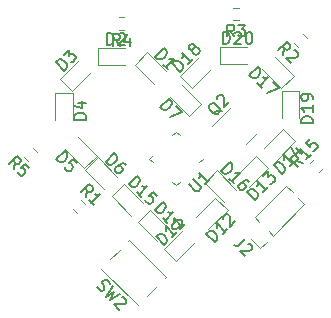
<source format=gbr>
%TF.GenerationSoftware,KiCad,Pcbnew,7.0.7*%
%TF.CreationDate,2024-03-31T22:15:49-04:00*%
%TF.ProjectId,battery_leds,62617474-6572-4795-9f6c-6564732e6b69,rev?*%
%TF.SameCoordinates,Original*%
%TF.FileFunction,Legend,Top*%
%TF.FilePolarity,Positive*%
%FSLAX46Y46*%
G04 Gerber Fmt 4.6, Leading zero omitted, Abs format (unit mm)*
G04 Created by KiCad (PCBNEW 7.0.7) date 2024-03-31 22:15:49*
%MOMM*%
%LPD*%
G01*
G04 APERTURE LIST*
%ADD10C,0.150000*%
%ADD11C,0.120000*%
G04 APERTURE END LIST*
D10*
X216898214Y-86124819D02*
X216898214Y-85124819D01*
X216898214Y-85124819D02*
X217136309Y-85124819D01*
X217136309Y-85124819D02*
X217279166Y-85172438D01*
X217279166Y-85172438D02*
X217374404Y-85267676D01*
X217374404Y-85267676D02*
X217422023Y-85362914D01*
X217422023Y-85362914D02*
X217469642Y-85553390D01*
X217469642Y-85553390D02*
X217469642Y-85696247D01*
X217469642Y-85696247D02*
X217422023Y-85886723D01*
X217422023Y-85886723D02*
X217374404Y-85981961D01*
X217374404Y-85981961D02*
X217279166Y-86077200D01*
X217279166Y-86077200D02*
X217136309Y-86124819D01*
X217136309Y-86124819D02*
X216898214Y-86124819D01*
X217850595Y-85220057D02*
X217898214Y-85172438D01*
X217898214Y-85172438D02*
X217993452Y-85124819D01*
X217993452Y-85124819D02*
X218231547Y-85124819D01*
X218231547Y-85124819D02*
X218326785Y-85172438D01*
X218326785Y-85172438D02*
X218374404Y-85220057D01*
X218374404Y-85220057D02*
X218422023Y-85315295D01*
X218422023Y-85315295D02*
X218422023Y-85410533D01*
X218422023Y-85410533D02*
X218374404Y-85553390D01*
X218374404Y-85553390D02*
X217802976Y-86124819D01*
X217802976Y-86124819D02*
X218422023Y-86124819D01*
X219041071Y-85124819D02*
X219136309Y-85124819D01*
X219136309Y-85124819D02*
X219231547Y-85172438D01*
X219231547Y-85172438D02*
X219279166Y-85220057D01*
X219279166Y-85220057D02*
X219326785Y-85315295D01*
X219326785Y-85315295D02*
X219374404Y-85505771D01*
X219374404Y-85505771D02*
X219374404Y-85743866D01*
X219374404Y-85743866D02*
X219326785Y-85934342D01*
X219326785Y-85934342D02*
X219279166Y-86029580D01*
X219279166Y-86029580D02*
X219231547Y-86077200D01*
X219231547Y-86077200D02*
X219136309Y-86124819D01*
X219136309Y-86124819D02*
X219041071Y-86124819D01*
X219041071Y-86124819D02*
X218945833Y-86077200D01*
X218945833Y-86077200D02*
X218898214Y-86029580D01*
X218898214Y-86029580D02*
X218850595Y-85934342D01*
X218850595Y-85934342D02*
X218802976Y-85743866D01*
X218802976Y-85743866D02*
X218802976Y-85505771D01*
X218802976Y-85505771D02*
X218850595Y-85315295D01*
X218850595Y-85315295D02*
X218898214Y-85220057D01*
X218898214Y-85220057D02*
X218945833Y-85172438D01*
X218945833Y-85172438D02*
X219041071Y-85124819D01*
X213251812Y-88469072D02*
X212544706Y-87761965D01*
X212544706Y-87761965D02*
X212713064Y-87593606D01*
X212713064Y-87593606D02*
X212847751Y-87526263D01*
X212847751Y-87526263D02*
X212982438Y-87526263D01*
X212982438Y-87526263D02*
X213083454Y-87559935D01*
X213083454Y-87559935D02*
X213251812Y-87660950D01*
X213251812Y-87660950D02*
X213352828Y-87761965D01*
X213352828Y-87761965D02*
X213453843Y-87930324D01*
X213453843Y-87930324D02*
X213487515Y-88031339D01*
X213487515Y-88031339D02*
X213487515Y-88166026D01*
X213487515Y-88166026D02*
X213420171Y-88300713D01*
X213420171Y-88300713D02*
X213251812Y-88469072D01*
X214329308Y-87391576D02*
X213925247Y-87795637D01*
X214127278Y-87593606D02*
X213420171Y-86886500D01*
X213420171Y-86886500D02*
X213453843Y-87054858D01*
X213453843Y-87054858D02*
X213453843Y-87189545D01*
X213453843Y-87189545D02*
X213420171Y-87290561D01*
X214329309Y-86583454D02*
X214228293Y-86617125D01*
X214228293Y-86617125D02*
X214160950Y-86617125D01*
X214160950Y-86617125D02*
X214059935Y-86583454D01*
X214059935Y-86583454D02*
X214026263Y-86549782D01*
X214026263Y-86549782D02*
X213992591Y-86448767D01*
X213992591Y-86448767D02*
X213992591Y-86381423D01*
X213992591Y-86381423D02*
X214026263Y-86280408D01*
X214026263Y-86280408D02*
X214160950Y-86145721D01*
X214160950Y-86145721D02*
X214261965Y-86112049D01*
X214261965Y-86112049D02*
X214329309Y-86112049D01*
X214329309Y-86112049D02*
X214430324Y-86145721D01*
X214430324Y-86145721D02*
X214463996Y-86179393D01*
X214463996Y-86179393D02*
X214497667Y-86280408D01*
X214497667Y-86280408D02*
X214497667Y-86347751D01*
X214497667Y-86347751D02*
X214463996Y-86448767D01*
X214463996Y-86448767D02*
X214329309Y-86583454D01*
X214329309Y-86583454D02*
X214295637Y-86684469D01*
X214295637Y-86684469D02*
X214295637Y-86751812D01*
X214295637Y-86751812D02*
X214329309Y-86852828D01*
X214329309Y-86852828D02*
X214463996Y-86987515D01*
X214463996Y-86987515D02*
X214565011Y-87021186D01*
X214565011Y-87021186D02*
X214632354Y-87021186D01*
X214632354Y-87021186D02*
X214733370Y-86987515D01*
X214733370Y-86987515D02*
X214868057Y-86852828D01*
X214868057Y-86852828D02*
X214901728Y-86751812D01*
X214901728Y-86751812D02*
X214901728Y-86684469D01*
X214901728Y-86684469D02*
X214868057Y-86583454D01*
X214868057Y-86583454D02*
X214733370Y-86448767D01*
X214733370Y-86448767D02*
X214632354Y-86415095D01*
X214632354Y-86415095D02*
X214565011Y-86415095D01*
X214565011Y-86415095D02*
X214463996Y-86448767D01*
X199149380Y-96714917D02*
X199250395Y-96142498D01*
X198745319Y-96310856D02*
X199452426Y-95603750D01*
X199452426Y-95603750D02*
X199721800Y-95873124D01*
X199721800Y-95873124D02*
X199755472Y-95974139D01*
X199755472Y-95974139D02*
X199755472Y-96041482D01*
X199755472Y-96041482D02*
X199721800Y-96142498D01*
X199721800Y-96142498D02*
X199620785Y-96243513D01*
X199620785Y-96243513D02*
X199519769Y-96277185D01*
X199519769Y-96277185D02*
X199452426Y-96277185D01*
X199452426Y-96277185D02*
X199351411Y-96243513D01*
X199351411Y-96243513D02*
X199082037Y-95974139D01*
X200496250Y-96647574D02*
X200159533Y-96310856D01*
X200159533Y-96310856D02*
X199789143Y-96613902D01*
X199789143Y-96613902D02*
X199856487Y-96613902D01*
X199856487Y-96613902D02*
X199957502Y-96647574D01*
X199957502Y-96647574D02*
X200125861Y-96815933D01*
X200125861Y-96815933D02*
X200159533Y-96916948D01*
X200159533Y-96916948D02*
X200159533Y-96984291D01*
X200159533Y-96984291D02*
X200125861Y-97085307D01*
X200125861Y-97085307D02*
X199957502Y-97253665D01*
X199957502Y-97253665D02*
X199856487Y-97287337D01*
X199856487Y-97287337D02*
X199789143Y-97287337D01*
X199789143Y-97287337D02*
X199688128Y-97253665D01*
X199688128Y-97253665D02*
X199519769Y-97085307D01*
X199519769Y-97085307D02*
X199486098Y-96984291D01*
X199486098Y-96984291D02*
X199486098Y-96916948D01*
X219108601Y-88774138D02*
X219815708Y-88067032D01*
X219815708Y-88067032D02*
X219984067Y-88235390D01*
X219984067Y-88235390D02*
X220051410Y-88370077D01*
X220051410Y-88370077D02*
X220051410Y-88504764D01*
X220051410Y-88504764D02*
X220017738Y-88605780D01*
X220017738Y-88605780D02*
X219916723Y-88774138D01*
X219916723Y-88774138D02*
X219815708Y-88875154D01*
X219815708Y-88875154D02*
X219647349Y-88976169D01*
X219647349Y-88976169D02*
X219546334Y-89009841D01*
X219546334Y-89009841D02*
X219411647Y-89009841D01*
X219411647Y-89009841D02*
X219276960Y-88942497D01*
X219276960Y-88942497D02*
X219108601Y-88774138D01*
X220186097Y-89851634D02*
X219782036Y-89447573D01*
X219984067Y-89649604D02*
X220691173Y-88942497D01*
X220691173Y-88942497D02*
X220522815Y-88976169D01*
X220522815Y-88976169D02*
X220388128Y-88976169D01*
X220388128Y-88976169D02*
X220287112Y-88942497D01*
X221128906Y-89380230D02*
X221600311Y-89851635D01*
X221600311Y-89851635D02*
X220590158Y-90255696D01*
X216730927Y-96851812D02*
X217438034Y-96144706D01*
X217438034Y-96144706D02*
X217606393Y-96313064D01*
X217606393Y-96313064D02*
X217673736Y-96447751D01*
X217673736Y-96447751D02*
X217673736Y-96582438D01*
X217673736Y-96582438D02*
X217640064Y-96683454D01*
X217640064Y-96683454D02*
X217539049Y-96851812D01*
X217539049Y-96851812D02*
X217438034Y-96952828D01*
X217438034Y-96952828D02*
X217269675Y-97053843D01*
X217269675Y-97053843D02*
X217168660Y-97087515D01*
X217168660Y-97087515D02*
X217033973Y-97087515D01*
X217033973Y-97087515D02*
X216899286Y-97020171D01*
X216899286Y-97020171D02*
X216730927Y-96851812D01*
X217808423Y-97929308D02*
X217404362Y-97525247D01*
X217606393Y-97727278D02*
X218313499Y-97020171D01*
X218313499Y-97020171D02*
X218145141Y-97053843D01*
X218145141Y-97053843D02*
X218010454Y-97053843D01*
X218010454Y-97053843D02*
X217909438Y-97020171D01*
X219121622Y-97828293D02*
X218986935Y-97693606D01*
X218986935Y-97693606D02*
X218885919Y-97659935D01*
X218885919Y-97659935D02*
X218818576Y-97659935D01*
X218818576Y-97659935D02*
X218650217Y-97693606D01*
X218650217Y-97693606D02*
X218481858Y-97794622D01*
X218481858Y-97794622D02*
X218212484Y-98063996D01*
X218212484Y-98063996D02*
X218178813Y-98165011D01*
X218178813Y-98165011D02*
X218178813Y-98232354D01*
X218178813Y-98232354D02*
X218212484Y-98333370D01*
X218212484Y-98333370D02*
X218347171Y-98468057D01*
X218347171Y-98468057D02*
X218448187Y-98501728D01*
X218448187Y-98501728D02*
X218515530Y-98501728D01*
X218515530Y-98501728D02*
X218616545Y-98468057D01*
X218616545Y-98468057D02*
X218784904Y-98299698D01*
X218784904Y-98299698D02*
X218818576Y-98198683D01*
X218818576Y-98198683D02*
X218818576Y-98131339D01*
X218818576Y-98131339D02*
X218784904Y-98030324D01*
X218784904Y-98030324D02*
X218650217Y-97895637D01*
X218650217Y-97895637D02*
X218549202Y-97861965D01*
X218549202Y-97861965D02*
X218481858Y-97861965D01*
X218481858Y-97861965D02*
X218380843Y-97895637D01*
X208887774Y-98008659D02*
X209594881Y-97301553D01*
X209594881Y-97301553D02*
X209763240Y-97469911D01*
X209763240Y-97469911D02*
X209830583Y-97604598D01*
X209830583Y-97604598D02*
X209830583Y-97739285D01*
X209830583Y-97739285D02*
X209796911Y-97840301D01*
X209796911Y-97840301D02*
X209695896Y-98008659D01*
X209695896Y-98008659D02*
X209594881Y-98109675D01*
X209594881Y-98109675D02*
X209426522Y-98210690D01*
X209426522Y-98210690D02*
X209325507Y-98244362D01*
X209325507Y-98244362D02*
X209190820Y-98244362D01*
X209190820Y-98244362D02*
X209056133Y-98177018D01*
X209056133Y-98177018D02*
X208887774Y-98008659D01*
X209965270Y-99086155D02*
X209561209Y-98682094D01*
X209763240Y-98884125D02*
X210470346Y-98177018D01*
X210470346Y-98177018D02*
X210301988Y-98210690D01*
X210301988Y-98210690D02*
X210167301Y-98210690D01*
X210167301Y-98210690D02*
X210066285Y-98177018D01*
X211312140Y-99018812D02*
X210975423Y-98682094D01*
X210975423Y-98682094D02*
X210605034Y-98985140D01*
X210605034Y-98985140D02*
X210672377Y-98985140D01*
X210672377Y-98985140D02*
X210773392Y-99018812D01*
X210773392Y-99018812D02*
X210941751Y-99187171D01*
X210941751Y-99187171D02*
X210975423Y-99288186D01*
X210975423Y-99288186D02*
X210975423Y-99355530D01*
X210975423Y-99355530D02*
X210941751Y-99456545D01*
X210941751Y-99456545D02*
X210773392Y-99624904D01*
X210773392Y-99624904D02*
X210672377Y-99658575D01*
X210672377Y-99658575D02*
X210605034Y-99658575D01*
X210605034Y-99658575D02*
X210504018Y-99624904D01*
X210504018Y-99624904D02*
X210335660Y-99456545D01*
X210335660Y-99456545D02*
X210301988Y-99355530D01*
X210301988Y-99355530D02*
X210301988Y-99288186D01*
X211087774Y-100208659D02*
X211794881Y-99501553D01*
X211794881Y-99501553D02*
X211963240Y-99669911D01*
X211963240Y-99669911D02*
X212030583Y-99804598D01*
X212030583Y-99804598D02*
X212030583Y-99939285D01*
X212030583Y-99939285D02*
X211996911Y-100040301D01*
X211996911Y-100040301D02*
X211895896Y-100208659D01*
X211895896Y-100208659D02*
X211794881Y-100309675D01*
X211794881Y-100309675D02*
X211626522Y-100410690D01*
X211626522Y-100410690D02*
X211525507Y-100444362D01*
X211525507Y-100444362D02*
X211390820Y-100444362D01*
X211390820Y-100444362D02*
X211256133Y-100377018D01*
X211256133Y-100377018D02*
X211087774Y-100208659D01*
X212165270Y-101286155D02*
X211761209Y-100882094D01*
X211963240Y-101084125D02*
X212670346Y-100377018D01*
X212670346Y-100377018D02*
X212501988Y-100410690D01*
X212501988Y-100410690D02*
X212367301Y-100410690D01*
X212367301Y-100410690D02*
X212266285Y-100377018D01*
X213310110Y-101016782D02*
X213377453Y-101084125D01*
X213377453Y-101084125D02*
X213411125Y-101185140D01*
X213411125Y-101185140D02*
X213411125Y-101252484D01*
X213411125Y-101252484D02*
X213377453Y-101353499D01*
X213377453Y-101353499D02*
X213276438Y-101521858D01*
X213276438Y-101521858D02*
X213108079Y-101690217D01*
X213108079Y-101690217D02*
X212939721Y-101791232D01*
X212939721Y-101791232D02*
X212838705Y-101824904D01*
X212838705Y-101824904D02*
X212771362Y-101824904D01*
X212771362Y-101824904D02*
X212670347Y-101791232D01*
X212670347Y-101791232D02*
X212603003Y-101723888D01*
X212603003Y-101723888D02*
X212569331Y-101622873D01*
X212569331Y-101622873D02*
X212569331Y-101555530D01*
X212569331Y-101555530D02*
X212603003Y-101454514D01*
X212603003Y-101454514D02*
X212704018Y-101286156D01*
X212704018Y-101286156D02*
X212872377Y-101117797D01*
X212872377Y-101117797D02*
X213040736Y-101016782D01*
X213040736Y-101016782D02*
X213141751Y-100983110D01*
X213141751Y-100983110D02*
X213209095Y-100983110D01*
X213209095Y-100983110D02*
X213310110Y-101016782D01*
X211588472Y-91454009D02*
X212295579Y-90746903D01*
X212295579Y-90746903D02*
X212463938Y-90915261D01*
X212463938Y-90915261D02*
X212531281Y-91049948D01*
X212531281Y-91049948D02*
X212531281Y-91184635D01*
X212531281Y-91184635D02*
X212497609Y-91285651D01*
X212497609Y-91285651D02*
X212396594Y-91454009D01*
X212396594Y-91454009D02*
X212295579Y-91555025D01*
X212295579Y-91555025D02*
X212127220Y-91656040D01*
X212127220Y-91656040D02*
X212026205Y-91689712D01*
X212026205Y-91689712D02*
X211891518Y-91689712D01*
X211891518Y-91689712D02*
X211756831Y-91622368D01*
X211756831Y-91622368D02*
X211588472Y-91454009D01*
X212935342Y-91386666D02*
X213406747Y-91858070D01*
X213406747Y-91858070D02*
X212396594Y-92262131D01*
X205271706Y-99092591D02*
X205372721Y-98520172D01*
X204867645Y-98688530D02*
X205574752Y-97981424D01*
X205574752Y-97981424D02*
X205844126Y-98250798D01*
X205844126Y-98250798D02*
X205877798Y-98351813D01*
X205877798Y-98351813D02*
X205877798Y-98419156D01*
X205877798Y-98419156D02*
X205844126Y-98520172D01*
X205844126Y-98520172D02*
X205743111Y-98621187D01*
X205743111Y-98621187D02*
X205642095Y-98654859D01*
X205642095Y-98654859D02*
X205574752Y-98654859D01*
X205574752Y-98654859D02*
X205473737Y-98621187D01*
X205473737Y-98621187D02*
X205204363Y-98351813D01*
X205945141Y-99766026D02*
X205541080Y-99361965D01*
X205743111Y-99563996D02*
X206450217Y-98856889D01*
X206450217Y-98856889D02*
X206281859Y-98890561D01*
X206281859Y-98890561D02*
X206147172Y-98890561D01*
X206147172Y-98890561D02*
X206046156Y-98856889D01*
X216824549Y-91759236D02*
X216723534Y-91792908D01*
X216723534Y-91792908D02*
X216588847Y-91792908D01*
X216588847Y-91792908D02*
X216386816Y-91792908D01*
X216386816Y-91792908D02*
X216285801Y-91826580D01*
X216285801Y-91826580D02*
X216218458Y-91893923D01*
X216420488Y-92028610D02*
X216319473Y-92062282D01*
X216319473Y-92062282D02*
X216184786Y-92062282D01*
X216184786Y-92062282D02*
X216016427Y-91961267D01*
X216016427Y-91961267D02*
X215780725Y-91725564D01*
X215780725Y-91725564D02*
X215679710Y-91557206D01*
X215679710Y-91557206D02*
X215679710Y-91422519D01*
X215679710Y-91422519D02*
X215713381Y-91321503D01*
X215713381Y-91321503D02*
X215848068Y-91186816D01*
X215848068Y-91186816D02*
X215949084Y-91153145D01*
X215949084Y-91153145D02*
X216083771Y-91153145D01*
X216083771Y-91153145D02*
X216252129Y-91254160D01*
X216252129Y-91254160D02*
X216487832Y-91489862D01*
X216487832Y-91489862D02*
X216588847Y-91658221D01*
X216588847Y-91658221D02*
X216588847Y-91792908D01*
X216588847Y-91792908D02*
X216555175Y-91893923D01*
X216555175Y-91893923D02*
X216420488Y-92028610D01*
X216353145Y-90816427D02*
X216353145Y-90749084D01*
X216353145Y-90749084D02*
X216386816Y-90648068D01*
X216386816Y-90648068D02*
X216555175Y-90479710D01*
X216555175Y-90479710D02*
X216656190Y-90446038D01*
X216656190Y-90446038D02*
X216723534Y-90446038D01*
X216723534Y-90446038D02*
X216824549Y-90479710D01*
X216824549Y-90479710D02*
X216891893Y-90547053D01*
X216891893Y-90547053D02*
X216959236Y-90681740D01*
X216959236Y-90681740D02*
X216959236Y-91489862D01*
X216959236Y-91489862D02*
X217396969Y-91052129D01*
X207075599Y-86211125D02*
X207075599Y-85211125D01*
X207075599Y-85211125D02*
X207313694Y-85211125D01*
X207313694Y-85211125D02*
X207456551Y-85258744D01*
X207456551Y-85258744D02*
X207551789Y-85353982D01*
X207551789Y-85353982D02*
X207599408Y-85449220D01*
X207599408Y-85449220D02*
X207647027Y-85639696D01*
X207647027Y-85639696D02*
X207647027Y-85782553D01*
X207647027Y-85782553D02*
X207599408Y-85973029D01*
X207599408Y-85973029D02*
X207551789Y-86068267D01*
X207551789Y-86068267D02*
X207456551Y-86163506D01*
X207456551Y-86163506D02*
X207313694Y-86211125D01*
X207313694Y-86211125D02*
X207075599Y-86211125D01*
X208027980Y-85306363D02*
X208075599Y-85258744D01*
X208075599Y-85258744D02*
X208170837Y-85211125D01*
X208170837Y-85211125D02*
X208408932Y-85211125D01*
X208408932Y-85211125D02*
X208504170Y-85258744D01*
X208504170Y-85258744D02*
X208551789Y-85306363D01*
X208551789Y-85306363D02*
X208599408Y-85401601D01*
X208599408Y-85401601D02*
X208599408Y-85496839D01*
X208599408Y-85496839D02*
X208551789Y-85639696D01*
X208551789Y-85639696D02*
X207980361Y-86211125D01*
X207980361Y-86211125D02*
X208599408Y-86211125D01*
X211157595Y-87185050D02*
X211864702Y-86477944D01*
X211864702Y-86477944D02*
X212033061Y-86646302D01*
X212033061Y-86646302D02*
X212100404Y-86780989D01*
X212100404Y-86780989D02*
X212100404Y-86915676D01*
X212100404Y-86915676D02*
X212066732Y-87016692D01*
X212066732Y-87016692D02*
X211965717Y-87185050D01*
X211965717Y-87185050D02*
X211864702Y-87286066D01*
X211864702Y-87286066D02*
X211696343Y-87387081D01*
X211696343Y-87387081D02*
X211595328Y-87420753D01*
X211595328Y-87420753D02*
X211460641Y-87420753D01*
X211460641Y-87420753D02*
X211325954Y-87353409D01*
X211325954Y-87353409D02*
X211157595Y-87185050D01*
X212235091Y-88262546D02*
X211831030Y-87858485D01*
X212033061Y-88060516D02*
X212740167Y-87353409D01*
X212740167Y-87353409D02*
X212571809Y-87387081D01*
X212571809Y-87387081D02*
X212437122Y-87387081D01*
X212437122Y-87387081D02*
X212336106Y-87353409D01*
X219630985Y-99334551D02*
X218923879Y-98627444D01*
X218923879Y-98627444D02*
X219092237Y-98459085D01*
X219092237Y-98459085D02*
X219226924Y-98391742D01*
X219226924Y-98391742D02*
X219361611Y-98391742D01*
X219361611Y-98391742D02*
X219462627Y-98425414D01*
X219462627Y-98425414D02*
X219630985Y-98526429D01*
X219630985Y-98526429D02*
X219732001Y-98627444D01*
X219732001Y-98627444D02*
X219833016Y-98795803D01*
X219833016Y-98795803D02*
X219866688Y-98896818D01*
X219866688Y-98896818D02*
X219866688Y-99031505D01*
X219866688Y-99031505D02*
X219799344Y-99166192D01*
X219799344Y-99166192D02*
X219630985Y-99334551D01*
X220708481Y-98257055D02*
X220304420Y-98661116D01*
X220506451Y-98459085D02*
X219799344Y-97751979D01*
X219799344Y-97751979D02*
X219833016Y-97920337D01*
X219833016Y-97920337D02*
X219833016Y-98055024D01*
X219833016Y-98055024D02*
X219799344Y-98156040D01*
X220237077Y-97314246D02*
X220674810Y-96876513D01*
X220674810Y-96876513D02*
X220708482Y-97381589D01*
X220708482Y-97381589D02*
X220809497Y-97280574D01*
X220809497Y-97280574D02*
X220910512Y-97246902D01*
X220910512Y-97246902D02*
X220977856Y-97246902D01*
X220977856Y-97246902D02*
X221078871Y-97280574D01*
X221078871Y-97280574D02*
X221247230Y-97448933D01*
X221247230Y-97448933D02*
X221280901Y-97549948D01*
X221280901Y-97549948D02*
X221280901Y-97617291D01*
X221280901Y-97617291D02*
X221247230Y-97718307D01*
X221247230Y-97718307D02*
X221045199Y-97920337D01*
X221045199Y-97920337D02*
X220944184Y-97954009D01*
X220944184Y-97954009D02*
X220876840Y-97954009D01*
X218755201Y-102673393D02*
X218250125Y-103178469D01*
X218250125Y-103178469D02*
X218115438Y-103245813D01*
X218115438Y-103245813D02*
X217980751Y-103245813D01*
X217980751Y-103245813D02*
X217846064Y-103178469D01*
X217846064Y-103178469D02*
X217778720Y-103111126D01*
X218990904Y-103043782D02*
X219058247Y-103043782D01*
X219058247Y-103043782D02*
X219159262Y-103077454D01*
X219159262Y-103077454D02*
X219327621Y-103245813D01*
X219327621Y-103245813D02*
X219361293Y-103346828D01*
X219361293Y-103346828D02*
X219361293Y-103414172D01*
X219361293Y-103414172D02*
X219327621Y-103515187D01*
X219327621Y-103515187D02*
X219260278Y-103582530D01*
X219260278Y-103582530D02*
X219125591Y-103649874D01*
X219125591Y-103649874D02*
X218317469Y-103649874D01*
X218317469Y-103649874D02*
X218755201Y-104087607D01*
X202759013Y-95897162D02*
X203466120Y-95190056D01*
X203466120Y-95190056D02*
X203634479Y-95358414D01*
X203634479Y-95358414D02*
X203701822Y-95493101D01*
X203701822Y-95493101D02*
X203701822Y-95627788D01*
X203701822Y-95627788D02*
X203668150Y-95728804D01*
X203668150Y-95728804D02*
X203567135Y-95897162D01*
X203567135Y-95897162D02*
X203466120Y-95998178D01*
X203466120Y-95998178D02*
X203297761Y-96099193D01*
X203297761Y-96099193D02*
X203196746Y-96132865D01*
X203196746Y-96132865D02*
X203062059Y-96132865D01*
X203062059Y-96132865D02*
X202927372Y-96065521D01*
X202927372Y-96065521D02*
X202759013Y-95897162D01*
X204509944Y-96233880D02*
X204173227Y-95897162D01*
X204173227Y-95897162D02*
X203802837Y-96200208D01*
X203802837Y-96200208D02*
X203870181Y-96200208D01*
X203870181Y-96200208D02*
X203971196Y-96233880D01*
X203971196Y-96233880D02*
X204139555Y-96402239D01*
X204139555Y-96402239D02*
X204173227Y-96503254D01*
X204173227Y-96503254D02*
X204173227Y-96570597D01*
X204173227Y-96570597D02*
X204139555Y-96671613D01*
X204139555Y-96671613D02*
X203971196Y-96839971D01*
X203971196Y-96839971D02*
X203870181Y-96873643D01*
X203870181Y-96873643D02*
X203802837Y-96873643D01*
X203802837Y-96873643D02*
X203701822Y-96839971D01*
X203701822Y-96839971D02*
X203533463Y-96671613D01*
X203533463Y-96671613D02*
X203499792Y-96570597D01*
X203499792Y-96570597D02*
X203499792Y-96503254D01*
X216174138Y-102891398D02*
X215467032Y-102184291D01*
X215467032Y-102184291D02*
X215635390Y-102015932D01*
X215635390Y-102015932D02*
X215770077Y-101948589D01*
X215770077Y-101948589D02*
X215904764Y-101948589D01*
X215904764Y-101948589D02*
X216005780Y-101982261D01*
X216005780Y-101982261D02*
X216174138Y-102083276D01*
X216174138Y-102083276D02*
X216275154Y-102184291D01*
X216275154Y-102184291D02*
X216376169Y-102352650D01*
X216376169Y-102352650D02*
X216409841Y-102453665D01*
X216409841Y-102453665D02*
X216409841Y-102588352D01*
X216409841Y-102588352D02*
X216342497Y-102723039D01*
X216342497Y-102723039D02*
X216174138Y-102891398D01*
X217251634Y-101813902D02*
X216847573Y-102217963D01*
X217049604Y-102015932D02*
X216342497Y-101308826D01*
X216342497Y-101308826D02*
X216376169Y-101477184D01*
X216376169Y-101477184D02*
X216376169Y-101611871D01*
X216376169Y-101611871D02*
X216342497Y-101712887D01*
X216881245Y-100904764D02*
X216881245Y-100837421D01*
X216881245Y-100837421D02*
X216914917Y-100736406D01*
X216914917Y-100736406D02*
X217083276Y-100568047D01*
X217083276Y-100568047D02*
X217184291Y-100534375D01*
X217184291Y-100534375D02*
X217251635Y-100534375D01*
X217251635Y-100534375D02*
X217352650Y-100568047D01*
X217352650Y-100568047D02*
X217419993Y-100635390D01*
X217419993Y-100635390D02*
X217487337Y-100770077D01*
X217487337Y-100770077D02*
X217487337Y-101578199D01*
X217487337Y-101578199D02*
X217925070Y-101140467D01*
X203445377Y-88375507D02*
X202738271Y-87668400D01*
X202738271Y-87668400D02*
X202906629Y-87500041D01*
X202906629Y-87500041D02*
X203041316Y-87432698D01*
X203041316Y-87432698D02*
X203176003Y-87432698D01*
X203176003Y-87432698D02*
X203277019Y-87466370D01*
X203277019Y-87466370D02*
X203445377Y-87567385D01*
X203445377Y-87567385D02*
X203546393Y-87668400D01*
X203546393Y-87668400D02*
X203647408Y-87836759D01*
X203647408Y-87836759D02*
X203681080Y-87937774D01*
X203681080Y-87937774D02*
X203681080Y-88072461D01*
X203681080Y-88072461D02*
X203613736Y-88207148D01*
X203613736Y-88207148D02*
X203445377Y-88375507D01*
X203378034Y-87028637D02*
X203815767Y-86590904D01*
X203815767Y-86590904D02*
X203849438Y-87095980D01*
X203849438Y-87095980D02*
X203950454Y-86994965D01*
X203950454Y-86994965D02*
X204051469Y-86961293D01*
X204051469Y-86961293D02*
X204118812Y-86961293D01*
X204118812Y-86961293D02*
X204219828Y-86994965D01*
X204219828Y-86994965D02*
X204388186Y-87163324D01*
X204388186Y-87163324D02*
X204421858Y-87264339D01*
X204421858Y-87264339D02*
X204421858Y-87331683D01*
X204421858Y-87331683D02*
X204388186Y-87432698D01*
X204388186Y-87432698D02*
X204186156Y-87634728D01*
X204186156Y-87634728D02*
X204085141Y-87668400D01*
X204085141Y-87668400D02*
X204017797Y-87668400D01*
X223655873Y-96165011D02*
X223083454Y-96063996D01*
X223251812Y-96569072D02*
X222544706Y-95861965D01*
X222544706Y-95861965D02*
X222814080Y-95592591D01*
X222814080Y-95592591D02*
X222915095Y-95558919D01*
X222915095Y-95558919D02*
X222982438Y-95558919D01*
X222982438Y-95558919D02*
X223083454Y-95592591D01*
X223083454Y-95592591D02*
X223184469Y-95693606D01*
X223184469Y-95693606D02*
X223218141Y-95794622D01*
X223218141Y-95794622D02*
X223218141Y-95861965D01*
X223218141Y-95861965D02*
X223184469Y-95962980D01*
X223184469Y-95962980D02*
X222915095Y-96232354D01*
X224329308Y-95491576D02*
X223925247Y-95895637D01*
X224127278Y-95693606D02*
X223420171Y-94986500D01*
X223420171Y-94986500D02*
X223453843Y-95154858D01*
X223453843Y-95154858D02*
X223453843Y-95289545D01*
X223453843Y-95289545D02*
X223420171Y-95390561D01*
X224261965Y-94144706D02*
X223925247Y-94481423D01*
X223925247Y-94481423D02*
X224228293Y-94851812D01*
X224228293Y-94851812D02*
X224228293Y-94784469D01*
X224228293Y-94784469D02*
X224261965Y-94683454D01*
X224261965Y-94683454D02*
X224430324Y-94515095D01*
X224430324Y-94515095D02*
X224531339Y-94481423D01*
X224531339Y-94481423D02*
X224598683Y-94481423D01*
X224598683Y-94481423D02*
X224699698Y-94515095D01*
X224699698Y-94515095D02*
X224868057Y-94683454D01*
X224868057Y-94683454D02*
X224901728Y-94784469D01*
X224901728Y-94784469D02*
X224901728Y-94851812D01*
X224901728Y-94851812D02*
X224868057Y-94952828D01*
X224868057Y-94952828D02*
X224699698Y-95121186D01*
X224699698Y-95121186D02*
X224598683Y-95154858D01*
X224598683Y-95154858D02*
X224531339Y-95154858D01*
X206967645Y-96088530D02*
X207674752Y-95381424D01*
X207674752Y-95381424D02*
X207843111Y-95549782D01*
X207843111Y-95549782D02*
X207910454Y-95684469D01*
X207910454Y-95684469D02*
X207910454Y-95819156D01*
X207910454Y-95819156D02*
X207876782Y-95920172D01*
X207876782Y-95920172D02*
X207775767Y-96088530D01*
X207775767Y-96088530D02*
X207674752Y-96189546D01*
X207674752Y-96189546D02*
X207506393Y-96290561D01*
X207506393Y-96290561D02*
X207405378Y-96324233D01*
X207405378Y-96324233D02*
X207270691Y-96324233D01*
X207270691Y-96324233D02*
X207136004Y-96256889D01*
X207136004Y-96256889D02*
X206967645Y-96088530D01*
X208684904Y-96391576D02*
X208550217Y-96256889D01*
X208550217Y-96256889D02*
X208449202Y-96223217D01*
X208449202Y-96223217D02*
X208381859Y-96223217D01*
X208381859Y-96223217D02*
X208213500Y-96256889D01*
X208213500Y-96256889D02*
X208045141Y-96357904D01*
X208045141Y-96357904D02*
X207775767Y-96627278D01*
X207775767Y-96627278D02*
X207742095Y-96728294D01*
X207742095Y-96728294D02*
X207742095Y-96795637D01*
X207742095Y-96795637D02*
X207775767Y-96896652D01*
X207775767Y-96896652D02*
X207910454Y-97031339D01*
X207910454Y-97031339D02*
X208011469Y-97065011D01*
X208011469Y-97065011D02*
X208078813Y-97065011D01*
X208078813Y-97065011D02*
X208179828Y-97031339D01*
X208179828Y-97031339D02*
X208348187Y-96862981D01*
X208348187Y-96862981D02*
X208381859Y-96761965D01*
X208381859Y-96761965D02*
X208381859Y-96694622D01*
X208381859Y-96694622D02*
X208348187Y-96593607D01*
X208348187Y-96593607D02*
X208213500Y-96458920D01*
X208213500Y-96458920D02*
X208112485Y-96425248D01*
X208112485Y-96425248D02*
X208045141Y-96425248D01*
X208045141Y-96425248D02*
X207944126Y-96458920D01*
X205298513Y-92524400D02*
X204298513Y-92524400D01*
X204298513Y-92524400D02*
X204298513Y-92286305D01*
X204298513Y-92286305D02*
X204346132Y-92143448D01*
X204346132Y-92143448D02*
X204441370Y-92048210D01*
X204441370Y-92048210D02*
X204536608Y-92000591D01*
X204536608Y-92000591D02*
X204727084Y-91952972D01*
X204727084Y-91952972D02*
X204869941Y-91952972D01*
X204869941Y-91952972D02*
X205060417Y-92000591D01*
X205060417Y-92000591D02*
X205155655Y-92048210D01*
X205155655Y-92048210D02*
X205250894Y-92143448D01*
X205250894Y-92143448D02*
X205298513Y-92286305D01*
X205298513Y-92286305D02*
X205298513Y-92524400D01*
X204631846Y-91095829D02*
X205298513Y-91095829D01*
X204250894Y-91333924D02*
X204965179Y-91572019D01*
X204965179Y-91572019D02*
X204965179Y-90952972D01*
X224484819Y-92814285D02*
X223484819Y-92814285D01*
X223484819Y-92814285D02*
X223484819Y-92576190D01*
X223484819Y-92576190D02*
X223532438Y-92433333D01*
X223532438Y-92433333D02*
X223627676Y-92338095D01*
X223627676Y-92338095D02*
X223722914Y-92290476D01*
X223722914Y-92290476D02*
X223913390Y-92242857D01*
X223913390Y-92242857D02*
X224056247Y-92242857D01*
X224056247Y-92242857D02*
X224246723Y-92290476D01*
X224246723Y-92290476D02*
X224341961Y-92338095D01*
X224341961Y-92338095D02*
X224437200Y-92433333D01*
X224437200Y-92433333D02*
X224484819Y-92576190D01*
X224484819Y-92576190D02*
X224484819Y-92814285D01*
X224484819Y-91290476D02*
X224484819Y-91861904D01*
X224484819Y-91576190D02*
X223484819Y-91576190D01*
X223484819Y-91576190D02*
X223627676Y-91671428D01*
X223627676Y-91671428D02*
X223722914Y-91766666D01*
X223722914Y-91766666D02*
X223770533Y-91861904D01*
X224484819Y-90814285D02*
X224484819Y-90623809D01*
X224484819Y-90623809D02*
X224437200Y-90528571D01*
X224437200Y-90528571D02*
X224389580Y-90480952D01*
X224389580Y-90480952D02*
X224246723Y-90385714D01*
X224246723Y-90385714D02*
X224056247Y-90338095D01*
X224056247Y-90338095D02*
X223675295Y-90338095D01*
X223675295Y-90338095D02*
X223580057Y-90385714D01*
X223580057Y-90385714D02*
X223532438Y-90433333D01*
X223532438Y-90433333D02*
X223484819Y-90528571D01*
X223484819Y-90528571D02*
X223484819Y-90719047D01*
X223484819Y-90719047D02*
X223532438Y-90814285D01*
X223532438Y-90814285D02*
X223580057Y-90861904D01*
X223580057Y-90861904D02*
X223675295Y-90909523D01*
X223675295Y-90909523D02*
X223913390Y-90909523D01*
X223913390Y-90909523D02*
X224008628Y-90861904D01*
X224008628Y-90861904D02*
X224056247Y-90814285D01*
X224056247Y-90814285D02*
X224103866Y-90719047D01*
X224103866Y-90719047D02*
X224103866Y-90528571D01*
X224103866Y-90528571D02*
X224056247Y-90433333D01*
X224056247Y-90433333D02*
X224008628Y-90385714D01*
X224008628Y-90385714D02*
X223913390Y-90338095D01*
X221874138Y-97091398D02*
X221167032Y-96384291D01*
X221167032Y-96384291D02*
X221335390Y-96215932D01*
X221335390Y-96215932D02*
X221470077Y-96148589D01*
X221470077Y-96148589D02*
X221604764Y-96148589D01*
X221604764Y-96148589D02*
X221705780Y-96182261D01*
X221705780Y-96182261D02*
X221874138Y-96283276D01*
X221874138Y-96283276D02*
X221975154Y-96384291D01*
X221975154Y-96384291D02*
X222076169Y-96552650D01*
X222076169Y-96552650D02*
X222109841Y-96653665D01*
X222109841Y-96653665D02*
X222109841Y-96788352D01*
X222109841Y-96788352D02*
X222042497Y-96923039D01*
X222042497Y-96923039D02*
X221874138Y-97091398D01*
X222951634Y-96013902D02*
X222547573Y-96417963D01*
X222749604Y-96215932D02*
X222042497Y-95508826D01*
X222042497Y-95508826D02*
X222076169Y-95677184D01*
X222076169Y-95677184D02*
X222076169Y-95811871D01*
X222076169Y-95811871D02*
X222042497Y-95912887D01*
X223086322Y-94936406D02*
X223557726Y-95407810D01*
X222648589Y-94835390D02*
X222985306Y-95508825D01*
X222985306Y-95508825D02*
X223423039Y-95071093D01*
X208133333Y-86284819D02*
X207800000Y-85808628D01*
X207561905Y-86284819D02*
X207561905Y-85284819D01*
X207561905Y-85284819D02*
X207942857Y-85284819D01*
X207942857Y-85284819D02*
X208038095Y-85332438D01*
X208038095Y-85332438D02*
X208085714Y-85380057D01*
X208085714Y-85380057D02*
X208133333Y-85475295D01*
X208133333Y-85475295D02*
X208133333Y-85618152D01*
X208133333Y-85618152D02*
X208085714Y-85713390D01*
X208085714Y-85713390D02*
X208038095Y-85761009D01*
X208038095Y-85761009D02*
X207942857Y-85808628D01*
X207942857Y-85808628D02*
X207561905Y-85808628D01*
X208990476Y-85618152D02*
X208990476Y-86284819D01*
X208752381Y-85237200D02*
X208514286Y-85951485D01*
X208514286Y-85951485D02*
X209133333Y-85951485D01*
X213969791Y-97967459D02*
X214542211Y-98539879D01*
X214542211Y-98539879D02*
X214643226Y-98573551D01*
X214643226Y-98573551D02*
X214710570Y-98573551D01*
X214710570Y-98573551D02*
X214811585Y-98539879D01*
X214811585Y-98539879D02*
X214946272Y-98405192D01*
X214946272Y-98405192D02*
X214979944Y-98304177D01*
X214979944Y-98304177D02*
X214979944Y-98236833D01*
X214979944Y-98236833D02*
X214946272Y-98135818D01*
X214946272Y-98135818D02*
X214373852Y-97563398D01*
X215788066Y-97563398D02*
X215384005Y-97967459D01*
X215586035Y-97765429D02*
X214878929Y-97058322D01*
X214878929Y-97058322D02*
X214912600Y-97226681D01*
X214912600Y-97226681D02*
X214912600Y-97361368D01*
X214912600Y-97361368D02*
X214878929Y-97462383D01*
X217833333Y-85484819D02*
X217500000Y-85008628D01*
X217261905Y-85484819D02*
X217261905Y-84484819D01*
X217261905Y-84484819D02*
X217642857Y-84484819D01*
X217642857Y-84484819D02*
X217738095Y-84532438D01*
X217738095Y-84532438D02*
X217785714Y-84580057D01*
X217785714Y-84580057D02*
X217833333Y-84675295D01*
X217833333Y-84675295D02*
X217833333Y-84818152D01*
X217833333Y-84818152D02*
X217785714Y-84913390D01*
X217785714Y-84913390D02*
X217738095Y-84961009D01*
X217738095Y-84961009D02*
X217642857Y-85008628D01*
X217642857Y-85008628D02*
X217261905Y-85008628D01*
X218166667Y-84484819D02*
X218785714Y-84484819D01*
X218785714Y-84484819D02*
X218452381Y-84865771D01*
X218452381Y-84865771D02*
X218595238Y-84865771D01*
X218595238Y-84865771D02*
X218690476Y-84913390D01*
X218690476Y-84913390D02*
X218738095Y-84961009D01*
X218738095Y-84961009D02*
X218785714Y-85056247D01*
X218785714Y-85056247D02*
X218785714Y-85294342D01*
X218785714Y-85294342D02*
X218738095Y-85389580D01*
X218738095Y-85389580D02*
X218690476Y-85437200D01*
X218690476Y-85437200D02*
X218595238Y-85484819D01*
X218595238Y-85484819D02*
X218309524Y-85484819D01*
X218309524Y-85484819D02*
X218214286Y-85437200D01*
X218214286Y-85437200D02*
X218166667Y-85389580D01*
X221966017Y-87031554D02*
X222067032Y-86459135D01*
X221561956Y-86627493D02*
X222269063Y-85920387D01*
X222269063Y-85920387D02*
X222538437Y-86189761D01*
X222538437Y-86189761D02*
X222572109Y-86290776D01*
X222572109Y-86290776D02*
X222572109Y-86358119D01*
X222572109Y-86358119D02*
X222538437Y-86459135D01*
X222538437Y-86459135D02*
X222437422Y-86560150D01*
X222437422Y-86560150D02*
X222336406Y-86593822D01*
X222336406Y-86593822D02*
X222269063Y-86593822D01*
X222269063Y-86593822D02*
X222168048Y-86560150D01*
X222168048Y-86560150D02*
X221898674Y-86290776D01*
X222875154Y-86661165D02*
X222942498Y-86661165D01*
X222942498Y-86661165D02*
X223043513Y-86694837D01*
X223043513Y-86694837D02*
X223211872Y-86863196D01*
X223211872Y-86863196D02*
X223245544Y-86964211D01*
X223245544Y-86964211D02*
X223245544Y-87031554D01*
X223245544Y-87031554D02*
X223211872Y-87132570D01*
X223211872Y-87132570D02*
X223144528Y-87199913D01*
X223144528Y-87199913D02*
X223009841Y-87267257D01*
X223009841Y-87267257D02*
X222201719Y-87267257D01*
X222201719Y-87267257D02*
X222639452Y-87704989D01*
X211894965Y-103125919D02*
X211187859Y-102418812D01*
X211187859Y-102418812D02*
X211356217Y-102250453D01*
X211356217Y-102250453D02*
X211490904Y-102183110D01*
X211490904Y-102183110D02*
X211625591Y-102183110D01*
X211625591Y-102183110D02*
X211726607Y-102216782D01*
X211726607Y-102216782D02*
X211894965Y-102317797D01*
X211894965Y-102317797D02*
X211995981Y-102418812D01*
X211995981Y-102418812D02*
X212096996Y-102587171D01*
X212096996Y-102587171D02*
X212130668Y-102688186D01*
X212130668Y-102688186D02*
X212130668Y-102822873D01*
X212130668Y-102822873D02*
X212063324Y-102957560D01*
X212063324Y-102957560D02*
X211894965Y-103125919D01*
X212972461Y-102048423D02*
X212568400Y-102452484D01*
X212770431Y-102250453D02*
X212063324Y-101543347D01*
X212063324Y-101543347D02*
X212096996Y-101711705D01*
X212096996Y-101711705D02*
X212096996Y-101846392D01*
X212096996Y-101846392D02*
X212063324Y-101947408D01*
X213645897Y-101374988D02*
X213241836Y-101779049D01*
X213443866Y-101577018D02*
X212736759Y-100869911D01*
X212736759Y-100869911D02*
X212770431Y-101038270D01*
X212770431Y-101038270D02*
X212770431Y-101172957D01*
X212770431Y-101172957D02*
X212736759Y-101273972D01*
X206230779Y-106683603D02*
X206298122Y-106818290D01*
X206298122Y-106818290D02*
X206466481Y-106986648D01*
X206466481Y-106986648D02*
X206567496Y-107020320D01*
X206567496Y-107020320D02*
X206634840Y-107020320D01*
X206634840Y-107020320D02*
X206735855Y-106986648D01*
X206735855Y-106986648D02*
X206803199Y-106919305D01*
X206803199Y-106919305D02*
X206836870Y-106818290D01*
X206836870Y-106818290D02*
X206836870Y-106750946D01*
X206836870Y-106750946D02*
X206803199Y-106649931D01*
X206803199Y-106649931D02*
X206702183Y-106481572D01*
X206702183Y-106481572D02*
X206668512Y-106380557D01*
X206668512Y-106380557D02*
X206668512Y-106313213D01*
X206668512Y-106313213D02*
X206702183Y-106212198D01*
X206702183Y-106212198D02*
X206769527Y-106144855D01*
X206769527Y-106144855D02*
X206870542Y-106111183D01*
X206870542Y-106111183D02*
X206937886Y-106111183D01*
X206937886Y-106111183D02*
X207038901Y-106144855D01*
X207038901Y-106144855D02*
X207207260Y-106313213D01*
X207207260Y-106313213D02*
X207274603Y-106447900D01*
X207543977Y-106649931D02*
X207005229Y-107525397D01*
X207005229Y-107525397D02*
X207644993Y-107155007D01*
X207644993Y-107155007D02*
X207274603Y-107794771D01*
X207274603Y-107794771D02*
X208150069Y-107256023D01*
X208318427Y-107559068D02*
X208385771Y-107559068D01*
X208385771Y-107559068D02*
X208486786Y-107592740D01*
X208486786Y-107592740D02*
X208655145Y-107761099D01*
X208655145Y-107761099D02*
X208688817Y-107862114D01*
X208688817Y-107862114D02*
X208688817Y-107929457D01*
X208688817Y-107929457D02*
X208655145Y-108030473D01*
X208655145Y-108030473D02*
X208587801Y-108097816D01*
X208587801Y-108097816D02*
X208453114Y-108165160D01*
X208453114Y-108165160D02*
X207644992Y-108165160D01*
X207644992Y-108165160D02*
X208082725Y-108602892D01*
D11*
%TO.C,D20*%
X218912500Y-86365000D02*
X216627500Y-86365000D01*
X216627500Y-86365000D02*
X216627500Y-87835000D01*
X216627500Y-87835000D02*
X218912500Y-87835000D01*
%TO.C,D18*%
X214845962Y-87214591D02*
X213230223Y-88830330D01*
X213230223Y-88830330D02*
X214269670Y-89869777D01*
X214269670Y-89869777D02*
X215885409Y-88254038D01*
%TO.C,R5*%
X200398303Y-96037230D02*
X200062770Y-95701697D01*
X201137230Y-95298303D02*
X200801697Y-94962770D01*
%TO.C,D17*%
X220214591Y-88254038D02*
X221830330Y-89869777D01*
X221830330Y-89869777D02*
X222869777Y-88830330D01*
X222869777Y-88830330D02*
X221254038Y-87214591D01*
%TO.C,D16*%
X217985409Y-98445962D02*
X216369670Y-96830223D01*
X216369670Y-96830223D02*
X215330223Y-97869670D01*
X215330223Y-97869670D02*
X216945962Y-99485409D01*
%TO.C,D15*%
X210142256Y-99602809D02*
X208526517Y-97987070D01*
X208526517Y-97987070D02*
X207487070Y-99026517D01*
X207487070Y-99026517D02*
X209102809Y-100642256D01*
%TO.C,D10*%
X212342256Y-101802809D02*
X210726517Y-100187070D01*
X210726517Y-100187070D02*
X209687070Y-101226517D01*
X209687070Y-101226517D02*
X211302809Y-102842256D01*
%TO.C,D7*%
X212357744Y-90597191D02*
X213973483Y-92212930D01*
X213973483Y-92212930D02*
X215012930Y-91173483D01*
X215012930Y-91173483D02*
X213397191Y-89557744D01*
%TO.C,R1*%
X204162770Y-100101697D02*
X204498303Y-100437230D01*
X204901697Y-99362770D02*
X205237230Y-99698303D01*
%TO.C,Q2*%
X219303087Y-94103087D02*
X219762706Y-93643467D01*
X219303087Y-94103087D02*
X218843467Y-94562706D01*
X217096913Y-91896913D02*
X217556533Y-91437294D01*
X217096913Y-91896913D02*
X215912510Y-93081317D01*
%TO.C,D2*%
X208613694Y-86451306D02*
X206328694Y-86451306D01*
X206328694Y-87921306D02*
X208613694Y-87921306D01*
X206328694Y-86451306D02*
X206328694Y-87921306D01*
%TO.C,D1*%
X212075359Y-88442482D02*
X210459620Y-86826743D01*
X209420173Y-87866190D02*
X211035912Y-89481929D01*
X210459620Y-86826743D02*
X209420173Y-87866190D01*
%TO.C,D13*%
X219110885Y-98228562D02*
X220726624Y-96612823D01*
X219687177Y-95573376D02*
X218071438Y-97189115D01*
X220726624Y-96612823D02*
X219687177Y-95573376D01*
%TO.C,J2*%
X220051436Y-103418341D02*
X219266548Y-102633452D01*
X220588838Y-102880940D02*
X220051436Y-103418341D01*
X221126239Y-102343538D02*
X223774354Y-99695423D01*
X221126239Y-102343538D02*
X220739784Y-101957084D01*
X223774354Y-99695423D02*
X223206922Y-99127991D01*
X222772009Y-98693078D02*
X222204577Y-98125646D01*
X219942916Y-101160216D02*
X219556462Y-100773761D01*
X219556462Y-100773761D02*
X222204577Y-98125646D01*
%TO.C,D5*%
X203528285Y-95040344D02*
X205144024Y-96656083D01*
X206183471Y-95616636D02*
X204567732Y-94000897D01*
X205144024Y-96656083D02*
X206183471Y-95616636D01*
%TO.C,D12*%
X217269777Y-100169670D02*
X216230330Y-99130223D01*
X216230330Y-99130223D02*
X214614591Y-100745962D01*
X215654038Y-101785409D02*
X217269777Y-100169670D01*
%TO.C,D3*%
X204702809Y-87457744D02*
X203087070Y-89073483D01*
X204126517Y-90112930D02*
X205742256Y-88497191D01*
X203087070Y-89073483D02*
X204126517Y-90112930D01*
%TO.C,R15*%
X225001697Y-96937230D02*
X225337230Y-96601697D01*
X224262770Y-96198303D02*
X224598303Y-95862770D01*
%TO.C,D6*%
X207885409Y-97345962D02*
X206269670Y-95730223D01*
X205230223Y-96769670D02*
X206845962Y-98385409D01*
X206269670Y-95730223D02*
X205230223Y-96769670D01*
%TO.C,D4*%
X204148694Y-92586306D02*
X204148694Y-90301306D01*
X202678694Y-90301306D02*
X202678694Y-92586306D01*
X204148694Y-90301306D02*
X202678694Y-90301306D01*
%TO.C,D19*%
X223335000Y-92400000D02*
X223335000Y-90115000D01*
X221865000Y-90115000D02*
X221865000Y-92400000D01*
X223335000Y-90115000D02*
X221865000Y-90115000D01*
%TO.C,D14*%
X221354038Y-95985409D02*
X222969777Y-94369670D01*
X221930330Y-93330223D02*
X220314591Y-94945962D01*
X222969777Y-94369670D02*
X221930330Y-93330223D01*
%TO.C,R4*%
X208537258Y-83877500D02*
X208062742Y-83877500D01*
X208537258Y-84922500D02*
X208062742Y-84922500D01*
%TO.C,U1*%
X212900000Y-93543288D02*
X213218198Y-93861486D01*
X214858686Y-96138370D02*
X215176884Y-95820172D01*
X212581802Y-93861486D02*
X212900000Y-93543288D01*
X213218198Y-97778858D02*
X212900000Y-98097056D01*
X210941314Y-95501974D02*
X210623116Y-95820172D01*
X212900000Y-98097056D02*
X212581802Y-97778858D01*
X210623116Y-95820172D02*
X210941314Y-96138370D01*
%TO.C,R3*%
X218237258Y-83077500D02*
X217762742Y-83077500D01*
X218237258Y-84122500D02*
X217762742Y-84122500D01*
%TO.C,R2*%
X223953867Y-85614940D02*
X223618334Y-85279407D01*
X223214940Y-86353867D02*
X222879407Y-86018334D01*
%TO.C,D11*%
X213489115Y-101871438D02*
X211873376Y-103487177D01*
X212912823Y-104526624D02*
X214528562Y-102910885D01*
X211873376Y-103487177D02*
X212912823Y-104526624D01*
%TO.C,SW2*%
X209653553Y-108257716D02*
X209738406Y-108172864D01*
X210452584Y-107458686D02*
X211258686Y-106652584D01*
X211972864Y-105938406D02*
X212057716Y-105853553D01*
X212057716Y-105853553D02*
X208946447Y-102742284D01*
X206542284Y-105146447D02*
X209653553Y-108257716D01*
X206627136Y-105061594D02*
X206542284Y-105146447D01*
X208147416Y-103541314D02*
X207341314Y-104347416D01*
X208946447Y-102742284D02*
X208861594Y-102827136D01*
%TD*%
M02*

</source>
